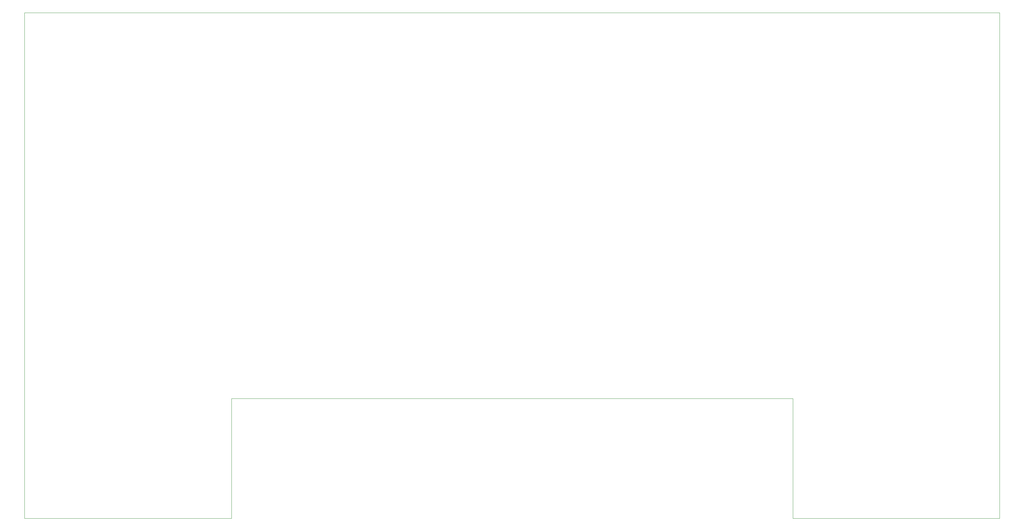
<source format=gbr>
%TF.GenerationSoftware,KiCad,Pcbnew,6.0.2+dfsg-1*%
%TF.CreationDate,2023-03-15T19:16:12+01:00*%
%TF.ProjectId,main_PCB,6d61696e-5f50-4434-922e-6b696361645f,rev?*%
%TF.SameCoordinates,Original*%
%TF.FileFunction,Profile,NP*%
%FSLAX46Y46*%
G04 Gerber Fmt 4.6, Leading zero omitted, Abs format (unit mm)*
G04 Created by KiCad (PCBNEW 6.0.2+dfsg-1) date 2023-03-15 19:16:12*
%MOMM*%
%LPD*%
G01*
G04 APERTURE LIST*
%TA.AperFunction,Profile*%
%ADD10C,0.100000*%
%TD*%
G04 APERTURE END LIST*
D10*
X18567800Y-23011400D02*
X278567800Y-23011400D01*
X73717200Y-158011400D02*
X73717200Y-126011400D01*
X278567800Y-23011400D02*
X278567800Y-158011400D01*
X223418400Y-158011400D02*
X223418400Y-126011400D01*
X223418400Y-158011400D02*
X278567800Y-158011400D01*
X73717200Y-126011400D02*
X223418400Y-126011400D01*
X18567800Y-158011400D02*
X73717200Y-158011400D01*
X18567800Y-23011400D02*
X18567800Y-158011400D01*
M02*

</source>
